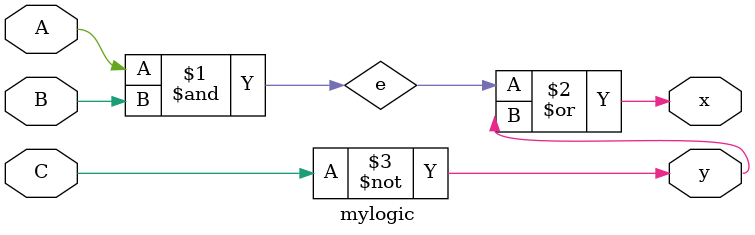
<source format=v>
`timescale 1ns / 1ps




module mylogic(
	input A,
	input B,
	input C,
	output x,
	output y
    );
	wire e;

		and g1(e,A,B);
		not g2(y, C);
		or  g3(x,e,y);

endmodule

</source>
